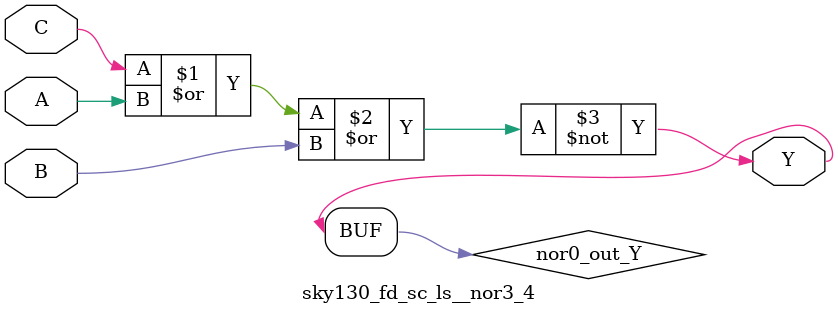
<source format=v>
/*
 * Copyright 2020 The SkyWater PDK Authors
 *
 * Licensed under the Apache License, Version 2.0 (the "License");
 * you may not use this file except in compliance with the License.
 * You may obtain a copy of the License at
 *
 *     https://www.apache.org/licenses/LICENSE-2.0
 *
 * Unless required by applicable law or agreed to in writing, software
 * distributed under the License is distributed on an "AS IS" BASIS,
 * WITHOUT WARRANTIES OR CONDITIONS OF ANY KIND, either express or implied.
 * See the License for the specific language governing permissions and
 * limitations under the License.
 *
 * SPDX-License-Identifier: Apache-2.0
*/


`ifndef SKY130_FD_SC_LS__NOR3_4_FUNCTIONAL_V
`define SKY130_FD_SC_LS__NOR3_4_FUNCTIONAL_V

/**
 * nor3: 3-input NOR.
 *
 *       Y = !(A | B | C | !D)
 *
 * Verilog simulation functional model.
 */

`timescale 1ns / 1ps
`default_nettype none

`celldefine
module sky130_fd_sc_ls__nor3_4 (
    Y,
    A,
    B,
    C
);

    // Module ports
    output Y;
    input  A;
    input  B;
    input  C;

    // Local signals
    wire nor0_out_Y;

    //  Name  Output      Other arguments
    nor nor0 (nor0_out_Y, C, A, B        );
    buf buf0 (Y         , nor0_out_Y     );

endmodule
`endcelldefine

`default_nettype wire
`endif  // SKY130_FD_SC_LS__NOR3_4_FUNCTIONAL_V

</source>
